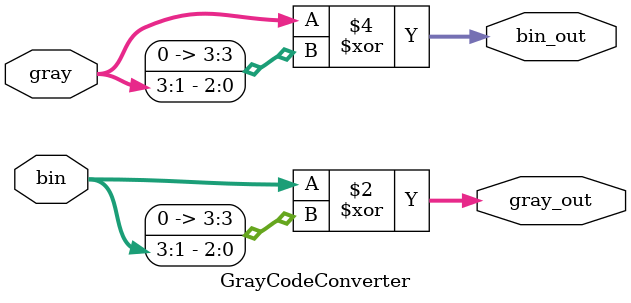
<source format=v>
module GrayCodeConverter #(
  parameter n = 4 // number of bits
)(
  input [n-1:0] bin,
  input [n-1:0] gray,
  output [n-1:0] gray_out,
  output [n-1:0] bin_out
);


assign gray_out = bin ^ (bin >> 1);
assign bin_out = gray ^ (gray >> 1);

endmodule
</source>
